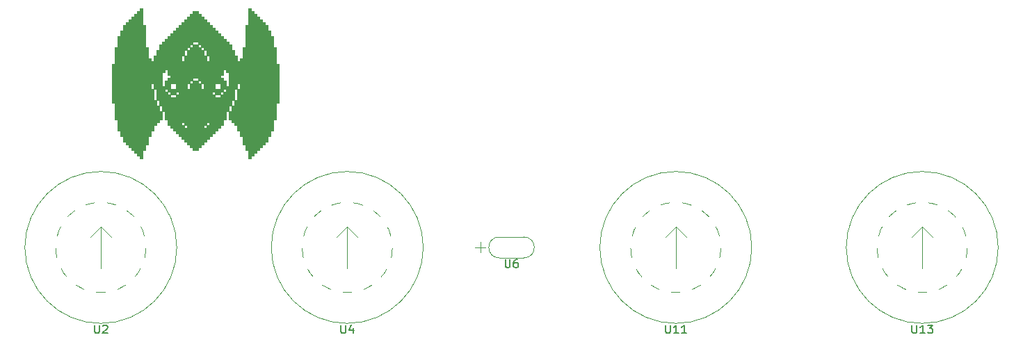
<source format=gto>
G04 #@! TF.GenerationSoftware,KiCad,Pcbnew,(5.1.12)-1*
G04 #@! TF.CreationDate,2022-01-07T20:59:32-05:00*
G04 #@! TF.ProjectId,Nixie_Clock,4e697869-655f-4436-9c6f-636b2e6b6963,1.1*
G04 #@! TF.SameCoordinates,Original*
G04 #@! TF.FileFunction,Legend,Top*
G04 #@! TF.FilePolarity,Positive*
%FSLAX46Y46*%
G04 Gerber Fmt 4.6, Leading zero omitted, Abs format (unit mm)*
G04 Created by KiCad (PCBNEW (5.1.12)-1) date 2022-01-07 20:59:32*
%MOMM*%
%LPD*%
G01*
G04 APERTURE LIST*
%ADD10C,0.010000*%
%ADD11C,0.120000*%
%ADD12C,0.150000*%
%ADD13C,4.400000*%
%ADD14O,3.500000X3.500000*%
%ADD15R,1.905000X2.000000*%
%ADD16O,1.905000X2.000000*%
%ADD17O,2.000000X1.200000*%
%ADD18O,1.200000X2.000000*%
%ADD19O,1.600000X1.600000*%
%ADD20C,1.600000*%
%ADD21R,1.600000X1.600000*%
%ADD22C,1.500000*%
%ADD23R,2.000000X1.905000*%
%ADD24O,2.000000X1.905000*%
G04 APERTURE END LIST*
D10*
G36*
X121065333Y-74388000D02*
G01*
X121404000Y-74388000D01*
X121404000Y-77097333D01*
X121742667Y-77097333D01*
X121742667Y-78452000D01*
X122081333Y-78452000D01*
X122081333Y-78790667D01*
X122420000Y-78790667D01*
X122420000Y-78113333D01*
X122758667Y-78113333D01*
X125806667Y-78113333D01*
X125806667Y-78790667D01*
X126145333Y-78790667D01*
X126145333Y-78113333D01*
X125806667Y-78113333D01*
X122758667Y-78113333D01*
X122758667Y-77436000D01*
X123097333Y-77436000D01*
X126145333Y-77436000D01*
X126145333Y-78113333D01*
X126484000Y-78113333D01*
X126484000Y-77436000D01*
X126145333Y-77436000D01*
X123097333Y-77436000D01*
X123097333Y-77097333D01*
X126484000Y-77097333D01*
X126484000Y-77436000D01*
X126822667Y-77436000D01*
X126822667Y-77097333D01*
X126484000Y-77097333D01*
X123097333Y-77097333D01*
X123097333Y-76758667D01*
X123436000Y-76758667D01*
X126822667Y-76758667D01*
X126822667Y-77097333D01*
X127161333Y-77097333D01*
X127161333Y-76758667D01*
X126822667Y-76758667D01*
X123436000Y-76758667D01*
X123436000Y-76420000D01*
X123774667Y-76420000D01*
X127161333Y-76420000D01*
X127161333Y-76758667D01*
X127838667Y-76758667D01*
X127838667Y-77097333D01*
X128177333Y-77097333D01*
X128177333Y-77436000D01*
X128516000Y-77436000D01*
X128516000Y-78113333D01*
X128854667Y-78113333D01*
X128854667Y-78790667D01*
X129193333Y-78790667D01*
X129193333Y-78113333D01*
X128854667Y-78113333D01*
X128854667Y-77436000D01*
X128516000Y-77436000D01*
X128516000Y-77097333D01*
X128177333Y-77097333D01*
X128177333Y-76758667D01*
X127838667Y-76758667D01*
X127838667Y-76420000D01*
X127161333Y-76420000D01*
X123774667Y-76420000D01*
X123774667Y-76081333D01*
X124113333Y-76081333D01*
X124113333Y-75742667D01*
X124452000Y-75742667D01*
X124452000Y-75404000D01*
X124790667Y-75404000D01*
X124790667Y-75065333D01*
X125129333Y-75065333D01*
X125129333Y-74726667D01*
X125468000Y-74726667D01*
X125468000Y-74388000D01*
X125806667Y-74388000D01*
X125806667Y-74049333D01*
X126145333Y-74049333D01*
X126145333Y-73710667D01*
X126484000Y-73710667D01*
X126484000Y-73372000D01*
X126822667Y-73372000D01*
X126822667Y-73033333D01*
X127161333Y-73033333D01*
X127161333Y-72694667D01*
X127838667Y-72694667D01*
X127838667Y-73033333D01*
X128177333Y-73033333D01*
X128177333Y-73372000D01*
X128516000Y-73372000D01*
X128516000Y-73710667D01*
X128854667Y-73710667D01*
X128854667Y-74049333D01*
X129193333Y-74049333D01*
X129193333Y-74388000D01*
X129532000Y-74388000D01*
X129532000Y-74726667D01*
X129870667Y-74726667D01*
X129870667Y-75065333D01*
X130209333Y-75065333D01*
X130209333Y-75404000D01*
X130548000Y-75404000D01*
X130548000Y-75742667D01*
X130886667Y-75742667D01*
X130886667Y-76081333D01*
X131225333Y-76081333D01*
X131225333Y-76420000D01*
X131564000Y-76420000D01*
X131564000Y-76758667D01*
X131902667Y-76758667D01*
X131902667Y-77436000D01*
X132241333Y-77436000D01*
X132241333Y-78113333D01*
X132580000Y-78113333D01*
X132580000Y-78790667D01*
X132918667Y-78790667D01*
X132918667Y-78452000D01*
X133257333Y-78452000D01*
X133257333Y-77097333D01*
X133596000Y-77097333D01*
X133596000Y-74388000D01*
X133934667Y-74388000D01*
X133934667Y-72356000D01*
X134273333Y-72356000D01*
X134273333Y-72694667D01*
X134612000Y-72694667D01*
X134612000Y-73033333D01*
X134950667Y-73033333D01*
X134950667Y-73372000D01*
X135289333Y-73372000D01*
X135289333Y-73710667D01*
X135628000Y-73710667D01*
X135628000Y-74049333D01*
X135966667Y-74049333D01*
X135966667Y-74388000D01*
X136305333Y-74388000D01*
X136305333Y-75065333D01*
X136644000Y-75065333D01*
X136644000Y-75742667D01*
X136982667Y-75742667D01*
X136982667Y-77097333D01*
X137321333Y-77097333D01*
X137321333Y-79129333D01*
X137660000Y-79129333D01*
X137660000Y-83870667D01*
X137321333Y-83870667D01*
X137321333Y-85902667D01*
X136982667Y-85902667D01*
X136982667Y-87257333D01*
X136644000Y-87257333D01*
X136644000Y-87934667D01*
X136305333Y-87934667D01*
X136305333Y-88612000D01*
X135966667Y-88612000D01*
X135966667Y-88950667D01*
X135628000Y-88950667D01*
X135628000Y-89289333D01*
X135289333Y-89289333D01*
X135289333Y-89628000D01*
X134950667Y-89628000D01*
X134950667Y-89966667D01*
X134612000Y-89966667D01*
X134612000Y-90305333D01*
X134273333Y-90305333D01*
X134273333Y-90644000D01*
X133934667Y-90644000D01*
X133934667Y-89628000D01*
X133596000Y-89628000D01*
X133596000Y-88950667D01*
X133257333Y-88950667D01*
X133257333Y-87934667D01*
X132918667Y-87934667D01*
X132918667Y-87257333D01*
X132580000Y-87257333D01*
X132580000Y-86580000D01*
X132241333Y-86580000D01*
X132241333Y-86241333D01*
X131902667Y-86241333D01*
X131902667Y-85902667D01*
X131564000Y-85902667D01*
X131564000Y-84886667D01*
X131225333Y-84886667D01*
X131225333Y-85902667D01*
X130886667Y-85902667D01*
X130886667Y-86580000D01*
X130548000Y-86580000D01*
X130548000Y-86918667D01*
X130209333Y-86918667D01*
X130209333Y-87257333D01*
X129870667Y-87257333D01*
X129870667Y-87596000D01*
X129532000Y-87596000D01*
X129532000Y-87934667D01*
X129193333Y-87934667D01*
X129193333Y-88273333D01*
X128854667Y-88273333D01*
X128854667Y-88612000D01*
X128516000Y-88612000D01*
X128516000Y-88950667D01*
X128177333Y-88950667D01*
X128177333Y-89289333D01*
X127838667Y-89289333D01*
X127838667Y-89628000D01*
X127161333Y-89628000D01*
X127161333Y-89289333D01*
X126822667Y-89289333D01*
X126822667Y-88950667D01*
X126484000Y-88950667D01*
X126484000Y-88612000D01*
X126145333Y-88612000D01*
X126145333Y-88273333D01*
X125806667Y-88273333D01*
X125806667Y-87934667D01*
X125468000Y-87934667D01*
X125468000Y-87596000D01*
X125129333Y-87596000D01*
X125129333Y-87257333D01*
X124790667Y-87257333D01*
X124790667Y-86918667D01*
X124452000Y-86918667D01*
X124452000Y-86580000D01*
X124113333Y-86580000D01*
X124113333Y-86241333D01*
X125806667Y-86241333D01*
X125806667Y-86580000D01*
X126145333Y-86580000D01*
X126145333Y-86918667D01*
X126484000Y-86918667D01*
X126484000Y-86580000D01*
X128516000Y-86580000D01*
X128516000Y-86918667D01*
X128854667Y-86918667D01*
X128854667Y-86580000D01*
X128516000Y-86580000D01*
X126484000Y-86580000D01*
X126145333Y-86580000D01*
X126145333Y-86241333D01*
X128854667Y-86241333D01*
X128854667Y-86580000D01*
X129193333Y-86580000D01*
X129193333Y-86241333D01*
X128854667Y-86241333D01*
X126145333Y-86241333D01*
X125806667Y-86241333D01*
X124113333Y-86241333D01*
X124113333Y-85902667D01*
X123774667Y-85902667D01*
X123774667Y-84886667D01*
X123436000Y-84886667D01*
X123436000Y-85902667D01*
X123097333Y-85902667D01*
X123097333Y-86241333D01*
X122758667Y-86241333D01*
X122758667Y-86580000D01*
X122420000Y-86580000D01*
X122420000Y-87257333D01*
X122081333Y-87257333D01*
X122081333Y-87934667D01*
X121742667Y-87934667D01*
X121742667Y-88950667D01*
X121404000Y-88950667D01*
X121404000Y-89628000D01*
X121065333Y-89628000D01*
X121065333Y-90644000D01*
X120726667Y-90644000D01*
X120726667Y-90305333D01*
X120388000Y-90305333D01*
X120388000Y-89966667D01*
X120049333Y-89966667D01*
X120049333Y-89628000D01*
X119710667Y-89628000D01*
X119710667Y-89289333D01*
X119372000Y-89289333D01*
X119372000Y-88950667D01*
X119033333Y-88950667D01*
X119033333Y-88612000D01*
X118694667Y-88612000D01*
X118694667Y-87934667D01*
X118356000Y-87934667D01*
X118356000Y-87257333D01*
X118017333Y-87257333D01*
X118017333Y-85902667D01*
X117678667Y-85902667D01*
X117678667Y-83870667D01*
X117340000Y-83870667D01*
X117340000Y-81500000D01*
X122081333Y-81500000D01*
X122081333Y-82177333D01*
X122420000Y-82177333D01*
X122420000Y-83532000D01*
X122758667Y-83532000D01*
X122758667Y-84209333D01*
X123097333Y-84209333D01*
X123097333Y-84886667D01*
X123436000Y-84886667D01*
X123436000Y-84209333D01*
X131564000Y-84209333D01*
X131564000Y-84886667D01*
X131902667Y-84886667D01*
X131902667Y-84209333D01*
X131564000Y-84209333D01*
X123436000Y-84209333D01*
X123097333Y-84209333D01*
X123097333Y-83532000D01*
X131902667Y-83532000D01*
X131902667Y-84209333D01*
X132241333Y-84209333D01*
X132241333Y-83532000D01*
X131902667Y-83532000D01*
X123097333Y-83532000D01*
X122758667Y-83532000D01*
X122758667Y-82177333D01*
X123774667Y-82177333D01*
X123774667Y-82516000D01*
X124113333Y-82516000D01*
X124113333Y-82854667D01*
X124452000Y-82854667D01*
X124452000Y-83193333D01*
X125129333Y-83193333D01*
X125129333Y-82854667D01*
X124452000Y-82854667D01*
X124452000Y-82516000D01*
X125129333Y-82516000D01*
X125129333Y-82854667D01*
X125468000Y-82854667D01*
X125468000Y-82516000D01*
X129532000Y-82516000D01*
X129532000Y-82854667D01*
X129870667Y-82854667D01*
X129870667Y-83193333D01*
X130548000Y-83193333D01*
X130548000Y-82854667D01*
X129870667Y-82854667D01*
X129870667Y-82516000D01*
X130548000Y-82516000D01*
X130548000Y-82854667D01*
X130886667Y-82854667D01*
X130886667Y-82516000D01*
X130548000Y-82516000D01*
X129870667Y-82516000D01*
X129532000Y-82516000D01*
X125468000Y-82516000D01*
X125129333Y-82516000D01*
X124452000Y-82516000D01*
X124113333Y-82516000D01*
X124113333Y-82177333D01*
X123774667Y-82177333D01*
X122758667Y-82177333D01*
X122420000Y-82177333D01*
X122420000Y-81500000D01*
X122081333Y-81500000D01*
X117340000Y-81500000D01*
X117340000Y-80145333D01*
X123436000Y-80145333D01*
X123436000Y-81838667D01*
X123774667Y-81838667D01*
X123774667Y-81500000D01*
X124452000Y-81500000D01*
X124452000Y-82177333D01*
X125129333Y-82177333D01*
X125129333Y-81500000D01*
X126484000Y-81500000D01*
X126484000Y-82177333D01*
X126822667Y-82177333D01*
X126822667Y-81500000D01*
X126484000Y-81500000D01*
X125129333Y-81500000D01*
X124452000Y-81500000D01*
X123774667Y-81500000D01*
X123774667Y-81161333D01*
X124113333Y-81161333D01*
X126822667Y-81161333D01*
X126822667Y-81500000D01*
X127161333Y-81500000D01*
X127161333Y-81161333D01*
X126822667Y-81161333D01*
X124113333Y-81161333D01*
X124113333Y-80822667D01*
X124452000Y-80822667D01*
X127161333Y-80822667D01*
X127161333Y-81161333D01*
X127838667Y-81161333D01*
X127838667Y-81500000D01*
X128177333Y-81500000D01*
X128177333Y-82177333D01*
X128516000Y-82177333D01*
X128516000Y-81500000D01*
X129870667Y-81500000D01*
X129870667Y-82177333D01*
X130548000Y-82177333D01*
X130886667Y-82177333D01*
X130886667Y-82516000D01*
X131225333Y-82516000D01*
X131225333Y-82177333D01*
X132241333Y-82177333D01*
X132241333Y-83532000D01*
X132580000Y-83532000D01*
X132580000Y-82177333D01*
X132241333Y-82177333D01*
X131225333Y-82177333D01*
X130886667Y-82177333D01*
X130548000Y-82177333D01*
X130548000Y-81500000D01*
X129870667Y-81500000D01*
X128516000Y-81500000D01*
X128177333Y-81500000D01*
X128177333Y-81161333D01*
X127838667Y-81161333D01*
X127838667Y-80822667D01*
X127161333Y-80822667D01*
X124452000Y-80822667D01*
X124452000Y-80484000D01*
X130548000Y-80484000D01*
X130548000Y-80822667D01*
X130886667Y-80822667D01*
X130886667Y-81161333D01*
X131225333Y-81161333D01*
X131225333Y-81838667D01*
X131564000Y-81838667D01*
X131564000Y-81500000D01*
X132580000Y-81500000D01*
X132580000Y-82177333D01*
X132918667Y-82177333D01*
X132918667Y-81500000D01*
X132580000Y-81500000D01*
X131564000Y-81500000D01*
X131564000Y-80145333D01*
X131225333Y-80145333D01*
X131225333Y-79806667D01*
X130886667Y-79806667D01*
X130886667Y-80484000D01*
X130548000Y-80484000D01*
X124452000Y-80484000D01*
X124113333Y-80484000D01*
X124113333Y-79806667D01*
X123774667Y-79806667D01*
X123774667Y-80145333D01*
X123436000Y-80145333D01*
X117340000Y-80145333D01*
X117340000Y-79129333D01*
X117678667Y-79129333D01*
X117678667Y-77097333D01*
X118017333Y-77097333D01*
X118017333Y-75742667D01*
X118356000Y-75742667D01*
X118356000Y-75065333D01*
X118694667Y-75065333D01*
X118694667Y-74388000D01*
X119033333Y-74388000D01*
X119033333Y-74049333D01*
X119372000Y-74049333D01*
X119372000Y-73710667D01*
X119710667Y-73710667D01*
X119710667Y-73372000D01*
X120049333Y-73372000D01*
X120049333Y-73033333D01*
X120388000Y-73033333D01*
X120388000Y-72694667D01*
X120726667Y-72694667D01*
X120726667Y-72356000D01*
X121065333Y-72356000D01*
X121065333Y-74388000D01*
G37*
X121065333Y-74388000D02*
X121404000Y-74388000D01*
X121404000Y-77097333D01*
X121742667Y-77097333D01*
X121742667Y-78452000D01*
X122081333Y-78452000D01*
X122081333Y-78790667D01*
X122420000Y-78790667D01*
X122420000Y-78113333D01*
X122758667Y-78113333D01*
X125806667Y-78113333D01*
X125806667Y-78790667D01*
X126145333Y-78790667D01*
X126145333Y-78113333D01*
X125806667Y-78113333D01*
X122758667Y-78113333D01*
X122758667Y-77436000D01*
X123097333Y-77436000D01*
X126145333Y-77436000D01*
X126145333Y-78113333D01*
X126484000Y-78113333D01*
X126484000Y-77436000D01*
X126145333Y-77436000D01*
X123097333Y-77436000D01*
X123097333Y-77097333D01*
X126484000Y-77097333D01*
X126484000Y-77436000D01*
X126822667Y-77436000D01*
X126822667Y-77097333D01*
X126484000Y-77097333D01*
X123097333Y-77097333D01*
X123097333Y-76758667D01*
X123436000Y-76758667D01*
X126822667Y-76758667D01*
X126822667Y-77097333D01*
X127161333Y-77097333D01*
X127161333Y-76758667D01*
X126822667Y-76758667D01*
X123436000Y-76758667D01*
X123436000Y-76420000D01*
X123774667Y-76420000D01*
X127161333Y-76420000D01*
X127161333Y-76758667D01*
X127838667Y-76758667D01*
X127838667Y-77097333D01*
X128177333Y-77097333D01*
X128177333Y-77436000D01*
X128516000Y-77436000D01*
X128516000Y-78113333D01*
X128854667Y-78113333D01*
X128854667Y-78790667D01*
X129193333Y-78790667D01*
X129193333Y-78113333D01*
X128854667Y-78113333D01*
X128854667Y-77436000D01*
X128516000Y-77436000D01*
X128516000Y-77097333D01*
X128177333Y-77097333D01*
X128177333Y-76758667D01*
X127838667Y-76758667D01*
X127838667Y-76420000D01*
X127161333Y-76420000D01*
X123774667Y-76420000D01*
X123774667Y-76081333D01*
X124113333Y-76081333D01*
X124113333Y-75742667D01*
X124452000Y-75742667D01*
X124452000Y-75404000D01*
X124790667Y-75404000D01*
X124790667Y-75065333D01*
X125129333Y-75065333D01*
X125129333Y-74726667D01*
X125468000Y-74726667D01*
X125468000Y-74388000D01*
X125806667Y-74388000D01*
X125806667Y-74049333D01*
X126145333Y-74049333D01*
X126145333Y-73710667D01*
X126484000Y-73710667D01*
X126484000Y-73372000D01*
X126822667Y-73372000D01*
X126822667Y-73033333D01*
X127161333Y-73033333D01*
X127161333Y-72694667D01*
X127838667Y-72694667D01*
X127838667Y-73033333D01*
X128177333Y-73033333D01*
X128177333Y-73372000D01*
X128516000Y-73372000D01*
X128516000Y-73710667D01*
X128854667Y-73710667D01*
X128854667Y-74049333D01*
X129193333Y-74049333D01*
X129193333Y-74388000D01*
X129532000Y-74388000D01*
X129532000Y-74726667D01*
X129870667Y-74726667D01*
X129870667Y-75065333D01*
X130209333Y-75065333D01*
X130209333Y-75404000D01*
X130548000Y-75404000D01*
X130548000Y-75742667D01*
X130886667Y-75742667D01*
X130886667Y-76081333D01*
X131225333Y-76081333D01*
X131225333Y-76420000D01*
X131564000Y-76420000D01*
X131564000Y-76758667D01*
X131902667Y-76758667D01*
X131902667Y-77436000D01*
X132241333Y-77436000D01*
X132241333Y-78113333D01*
X132580000Y-78113333D01*
X132580000Y-78790667D01*
X132918667Y-78790667D01*
X132918667Y-78452000D01*
X133257333Y-78452000D01*
X133257333Y-77097333D01*
X133596000Y-77097333D01*
X133596000Y-74388000D01*
X133934667Y-74388000D01*
X133934667Y-72356000D01*
X134273333Y-72356000D01*
X134273333Y-72694667D01*
X134612000Y-72694667D01*
X134612000Y-73033333D01*
X134950667Y-73033333D01*
X134950667Y-73372000D01*
X135289333Y-73372000D01*
X135289333Y-73710667D01*
X135628000Y-73710667D01*
X135628000Y-74049333D01*
X135966667Y-74049333D01*
X135966667Y-74388000D01*
X136305333Y-74388000D01*
X136305333Y-75065333D01*
X136644000Y-75065333D01*
X136644000Y-75742667D01*
X136982667Y-75742667D01*
X136982667Y-77097333D01*
X137321333Y-77097333D01*
X137321333Y-79129333D01*
X137660000Y-79129333D01*
X137660000Y-83870667D01*
X137321333Y-83870667D01*
X137321333Y-85902667D01*
X136982667Y-85902667D01*
X136982667Y-87257333D01*
X136644000Y-87257333D01*
X136644000Y-87934667D01*
X136305333Y-87934667D01*
X136305333Y-88612000D01*
X135966667Y-88612000D01*
X135966667Y-88950667D01*
X135628000Y-88950667D01*
X135628000Y-89289333D01*
X135289333Y-89289333D01*
X135289333Y-89628000D01*
X134950667Y-89628000D01*
X134950667Y-89966667D01*
X134612000Y-89966667D01*
X134612000Y-90305333D01*
X134273333Y-90305333D01*
X134273333Y-90644000D01*
X133934667Y-90644000D01*
X133934667Y-89628000D01*
X133596000Y-89628000D01*
X133596000Y-88950667D01*
X133257333Y-88950667D01*
X133257333Y-87934667D01*
X132918667Y-87934667D01*
X132918667Y-87257333D01*
X132580000Y-87257333D01*
X132580000Y-86580000D01*
X132241333Y-86580000D01*
X132241333Y-86241333D01*
X131902667Y-86241333D01*
X131902667Y-85902667D01*
X131564000Y-85902667D01*
X131564000Y-84886667D01*
X131225333Y-84886667D01*
X131225333Y-85902667D01*
X130886667Y-85902667D01*
X130886667Y-86580000D01*
X130548000Y-86580000D01*
X130548000Y-86918667D01*
X130209333Y-86918667D01*
X130209333Y-87257333D01*
X129870667Y-87257333D01*
X129870667Y-87596000D01*
X129532000Y-87596000D01*
X129532000Y-87934667D01*
X129193333Y-87934667D01*
X129193333Y-88273333D01*
X128854667Y-88273333D01*
X128854667Y-88612000D01*
X128516000Y-88612000D01*
X128516000Y-88950667D01*
X128177333Y-88950667D01*
X128177333Y-89289333D01*
X127838667Y-89289333D01*
X127838667Y-89628000D01*
X127161333Y-89628000D01*
X127161333Y-89289333D01*
X126822667Y-89289333D01*
X126822667Y-88950667D01*
X126484000Y-88950667D01*
X126484000Y-88612000D01*
X126145333Y-88612000D01*
X126145333Y-88273333D01*
X125806667Y-88273333D01*
X125806667Y-87934667D01*
X125468000Y-87934667D01*
X125468000Y-87596000D01*
X125129333Y-87596000D01*
X125129333Y-87257333D01*
X124790667Y-87257333D01*
X124790667Y-86918667D01*
X124452000Y-86918667D01*
X124452000Y-86580000D01*
X124113333Y-86580000D01*
X124113333Y-86241333D01*
X125806667Y-86241333D01*
X125806667Y-86580000D01*
X126145333Y-86580000D01*
X126145333Y-86918667D01*
X126484000Y-86918667D01*
X126484000Y-86580000D01*
X128516000Y-86580000D01*
X128516000Y-86918667D01*
X128854667Y-86918667D01*
X128854667Y-86580000D01*
X128516000Y-86580000D01*
X126484000Y-86580000D01*
X126145333Y-86580000D01*
X126145333Y-86241333D01*
X128854667Y-86241333D01*
X128854667Y-86580000D01*
X129193333Y-86580000D01*
X129193333Y-86241333D01*
X128854667Y-86241333D01*
X126145333Y-86241333D01*
X125806667Y-86241333D01*
X124113333Y-86241333D01*
X124113333Y-85902667D01*
X123774667Y-85902667D01*
X123774667Y-84886667D01*
X123436000Y-84886667D01*
X123436000Y-85902667D01*
X123097333Y-85902667D01*
X123097333Y-86241333D01*
X122758667Y-86241333D01*
X122758667Y-86580000D01*
X122420000Y-86580000D01*
X122420000Y-87257333D01*
X122081333Y-87257333D01*
X122081333Y-87934667D01*
X121742667Y-87934667D01*
X121742667Y-88950667D01*
X121404000Y-88950667D01*
X121404000Y-89628000D01*
X121065333Y-89628000D01*
X121065333Y-90644000D01*
X120726667Y-90644000D01*
X120726667Y-90305333D01*
X120388000Y-90305333D01*
X120388000Y-89966667D01*
X120049333Y-89966667D01*
X120049333Y-89628000D01*
X119710667Y-89628000D01*
X119710667Y-89289333D01*
X119372000Y-89289333D01*
X119372000Y-88950667D01*
X119033333Y-88950667D01*
X119033333Y-88612000D01*
X118694667Y-88612000D01*
X118694667Y-87934667D01*
X118356000Y-87934667D01*
X118356000Y-87257333D01*
X118017333Y-87257333D01*
X118017333Y-85902667D01*
X117678667Y-85902667D01*
X117678667Y-83870667D01*
X117340000Y-83870667D01*
X117340000Y-81500000D01*
X122081333Y-81500000D01*
X122081333Y-82177333D01*
X122420000Y-82177333D01*
X122420000Y-83532000D01*
X122758667Y-83532000D01*
X122758667Y-84209333D01*
X123097333Y-84209333D01*
X123097333Y-84886667D01*
X123436000Y-84886667D01*
X123436000Y-84209333D01*
X131564000Y-84209333D01*
X131564000Y-84886667D01*
X131902667Y-84886667D01*
X131902667Y-84209333D01*
X131564000Y-84209333D01*
X123436000Y-84209333D01*
X123097333Y-84209333D01*
X123097333Y-83532000D01*
X131902667Y-83532000D01*
X131902667Y-84209333D01*
X132241333Y-84209333D01*
X132241333Y-83532000D01*
X131902667Y-83532000D01*
X123097333Y-83532000D01*
X122758667Y-83532000D01*
X122758667Y-82177333D01*
X123774667Y-82177333D01*
X123774667Y-82516000D01*
X124113333Y-82516000D01*
X124113333Y-82854667D01*
X124452000Y-82854667D01*
X124452000Y-83193333D01*
X125129333Y-83193333D01*
X125129333Y-82854667D01*
X124452000Y-82854667D01*
X124452000Y-82516000D01*
X125129333Y-82516000D01*
X125129333Y-82854667D01*
X125468000Y-82854667D01*
X125468000Y-82516000D01*
X129532000Y-82516000D01*
X129532000Y-82854667D01*
X129870667Y-82854667D01*
X129870667Y-83193333D01*
X130548000Y-83193333D01*
X130548000Y-82854667D01*
X129870667Y-82854667D01*
X129870667Y-82516000D01*
X130548000Y-82516000D01*
X130548000Y-82854667D01*
X130886667Y-82854667D01*
X130886667Y-82516000D01*
X130548000Y-82516000D01*
X129870667Y-82516000D01*
X129532000Y-82516000D01*
X125468000Y-82516000D01*
X125129333Y-82516000D01*
X124452000Y-82516000D01*
X124113333Y-82516000D01*
X124113333Y-82177333D01*
X123774667Y-82177333D01*
X122758667Y-82177333D01*
X122420000Y-82177333D01*
X122420000Y-81500000D01*
X122081333Y-81500000D01*
X117340000Y-81500000D01*
X117340000Y-80145333D01*
X123436000Y-80145333D01*
X123436000Y-81838667D01*
X123774667Y-81838667D01*
X123774667Y-81500000D01*
X124452000Y-81500000D01*
X124452000Y-82177333D01*
X125129333Y-82177333D01*
X125129333Y-81500000D01*
X126484000Y-81500000D01*
X126484000Y-82177333D01*
X126822667Y-82177333D01*
X126822667Y-81500000D01*
X126484000Y-81500000D01*
X125129333Y-81500000D01*
X124452000Y-81500000D01*
X123774667Y-81500000D01*
X123774667Y-81161333D01*
X124113333Y-81161333D01*
X126822667Y-81161333D01*
X126822667Y-81500000D01*
X127161333Y-81500000D01*
X127161333Y-81161333D01*
X126822667Y-81161333D01*
X124113333Y-81161333D01*
X124113333Y-80822667D01*
X124452000Y-80822667D01*
X127161333Y-80822667D01*
X127161333Y-81161333D01*
X127838667Y-81161333D01*
X127838667Y-81500000D01*
X128177333Y-81500000D01*
X128177333Y-82177333D01*
X128516000Y-82177333D01*
X128516000Y-81500000D01*
X129870667Y-81500000D01*
X129870667Y-82177333D01*
X130548000Y-82177333D01*
X130886667Y-82177333D01*
X130886667Y-82516000D01*
X131225333Y-82516000D01*
X131225333Y-82177333D01*
X132241333Y-82177333D01*
X132241333Y-83532000D01*
X132580000Y-83532000D01*
X132580000Y-82177333D01*
X132241333Y-82177333D01*
X131225333Y-82177333D01*
X130886667Y-82177333D01*
X130548000Y-82177333D01*
X130548000Y-81500000D01*
X129870667Y-81500000D01*
X128516000Y-81500000D01*
X128177333Y-81500000D01*
X128177333Y-81161333D01*
X127838667Y-81161333D01*
X127838667Y-80822667D01*
X127161333Y-80822667D01*
X124452000Y-80822667D01*
X124452000Y-80484000D01*
X130548000Y-80484000D01*
X130548000Y-80822667D01*
X130886667Y-80822667D01*
X130886667Y-81161333D01*
X131225333Y-81161333D01*
X131225333Y-81838667D01*
X131564000Y-81838667D01*
X131564000Y-81500000D01*
X132580000Y-81500000D01*
X132580000Y-82177333D01*
X132918667Y-82177333D01*
X132918667Y-81500000D01*
X132580000Y-81500000D01*
X131564000Y-81500000D01*
X131564000Y-80145333D01*
X131225333Y-80145333D01*
X131225333Y-79806667D01*
X130886667Y-79806667D01*
X130886667Y-80484000D01*
X130548000Y-80484000D01*
X124452000Y-80484000D01*
X124113333Y-80484000D01*
X124113333Y-79806667D01*
X123774667Y-79806667D01*
X123774667Y-80145333D01*
X123436000Y-80145333D01*
X117340000Y-80145333D01*
X117340000Y-79129333D01*
X117678667Y-79129333D01*
X117678667Y-77097333D01*
X118017333Y-77097333D01*
X118017333Y-75742667D01*
X118356000Y-75742667D01*
X118356000Y-75065333D01*
X118694667Y-75065333D01*
X118694667Y-74388000D01*
X119033333Y-74388000D01*
X119033333Y-74049333D01*
X119372000Y-74049333D01*
X119372000Y-73710667D01*
X119710667Y-73710667D01*
X119710667Y-73372000D01*
X120049333Y-73372000D01*
X120049333Y-73033333D01*
X120388000Y-73033333D01*
X120388000Y-72694667D01*
X120726667Y-72694667D01*
X120726667Y-72356000D01*
X121065333Y-72356000D01*
X121065333Y-74388000D01*
D11*
X116000000Y-98960000D02*
X117270000Y-100230000D01*
X116000000Y-98960000D02*
X114730000Y-100230000D01*
X116000000Y-104040000D02*
X116000000Y-98960000D01*
X121500000Y-101500000D02*
G75*
G03*
X121500000Y-101500000I-5500000J0D01*
G01*
X125250000Y-101500000D02*
G75*
G03*
X125250000Y-101500000I-9250000J0D01*
G01*
X155250000Y-101500000D02*
G75*
G03*
X155250000Y-101500000I-9250000J0D01*
G01*
X151500000Y-101500000D02*
G75*
G03*
X151500000Y-101500000I-5500000J0D01*
G01*
X146000000Y-104040000D02*
X146000000Y-98960000D01*
X146000000Y-98960000D02*
X144730000Y-100230000D01*
X146000000Y-98960000D02*
X147270000Y-100230000D01*
X162190000Y-100865000D02*
X162190000Y-102135000D01*
X161555000Y-101500000D02*
X162825000Y-101500000D01*
X167500000Y-102770000D02*
X164500000Y-102770000D01*
X164500000Y-100230000D02*
X167500000Y-100230000D01*
X167500000Y-100230000D02*
G75*
G02*
X167500000Y-102770000I0J-1270000D01*
G01*
X164500000Y-102770000D02*
G75*
G02*
X164500000Y-100230000I0J1270000D01*
G01*
X186000000Y-98960000D02*
X187270000Y-100230000D01*
X186000000Y-98960000D02*
X184730000Y-100230000D01*
X186000000Y-104040000D02*
X186000000Y-98960000D01*
X191500000Y-101500000D02*
G75*
G03*
X191500000Y-101500000I-5500000J0D01*
G01*
X195250000Y-101500000D02*
G75*
G03*
X195250000Y-101500000I-9250000J0D01*
G01*
X225250000Y-101500000D02*
G75*
G03*
X225250000Y-101500000I-9250000J0D01*
G01*
X221500000Y-101500000D02*
G75*
G03*
X221500000Y-101500000I-5500000J0D01*
G01*
X216000000Y-104040000D02*
X216000000Y-98960000D01*
X216000000Y-98960000D02*
X214730000Y-100230000D01*
X216000000Y-98960000D02*
X217270000Y-100230000D01*
D12*
X115238095Y-110952380D02*
X115238095Y-111761904D01*
X115285714Y-111857142D01*
X115333333Y-111904761D01*
X115428571Y-111952380D01*
X115619047Y-111952380D01*
X115714285Y-111904761D01*
X115761904Y-111857142D01*
X115809523Y-111761904D01*
X115809523Y-110952380D01*
X116238095Y-111047619D02*
X116285714Y-111000000D01*
X116380952Y-110952380D01*
X116619047Y-110952380D01*
X116714285Y-111000000D01*
X116761904Y-111047619D01*
X116809523Y-111142857D01*
X116809523Y-111238095D01*
X116761904Y-111380952D01*
X116190476Y-111952380D01*
X116809523Y-111952380D01*
X145238095Y-110952380D02*
X145238095Y-111761904D01*
X145285714Y-111857142D01*
X145333333Y-111904761D01*
X145428571Y-111952380D01*
X145619047Y-111952380D01*
X145714285Y-111904761D01*
X145761904Y-111857142D01*
X145809523Y-111761904D01*
X145809523Y-110952380D01*
X146714285Y-111285714D02*
X146714285Y-111952380D01*
X146476190Y-110904761D02*
X146238095Y-111619047D01*
X146857142Y-111619047D01*
X165238095Y-102952380D02*
X165238095Y-103761904D01*
X165285714Y-103857142D01*
X165333333Y-103904761D01*
X165428571Y-103952380D01*
X165619047Y-103952380D01*
X165714285Y-103904761D01*
X165761904Y-103857142D01*
X165809523Y-103761904D01*
X165809523Y-102952380D01*
X166714285Y-102952380D02*
X166523809Y-102952380D01*
X166428571Y-103000000D01*
X166380952Y-103047619D01*
X166285714Y-103190476D01*
X166238095Y-103380952D01*
X166238095Y-103761904D01*
X166285714Y-103857142D01*
X166333333Y-103904761D01*
X166428571Y-103952380D01*
X166619047Y-103952380D01*
X166714285Y-103904761D01*
X166761904Y-103857142D01*
X166809523Y-103761904D01*
X166809523Y-103523809D01*
X166761904Y-103428571D01*
X166714285Y-103380952D01*
X166619047Y-103333333D01*
X166428571Y-103333333D01*
X166333333Y-103380952D01*
X166285714Y-103428571D01*
X166238095Y-103523809D01*
X184761904Y-110952380D02*
X184761904Y-111761904D01*
X184809523Y-111857142D01*
X184857142Y-111904761D01*
X184952380Y-111952380D01*
X185142857Y-111952380D01*
X185238095Y-111904761D01*
X185285714Y-111857142D01*
X185333333Y-111761904D01*
X185333333Y-110952380D01*
X186333333Y-111952380D02*
X185761904Y-111952380D01*
X186047619Y-111952380D02*
X186047619Y-110952380D01*
X185952380Y-111095238D01*
X185857142Y-111190476D01*
X185761904Y-111238095D01*
X187285714Y-111952380D02*
X186714285Y-111952380D01*
X187000000Y-111952380D02*
X187000000Y-110952380D01*
X186904761Y-111095238D01*
X186809523Y-111190476D01*
X186714285Y-111238095D01*
X214761904Y-110952380D02*
X214761904Y-111761904D01*
X214809523Y-111857142D01*
X214857142Y-111904761D01*
X214952380Y-111952380D01*
X215142857Y-111952380D01*
X215238095Y-111904761D01*
X215285714Y-111857142D01*
X215333333Y-111761904D01*
X215333333Y-110952380D01*
X216333333Y-111952380D02*
X215761904Y-111952380D01*
X216047619Y-111952380D02*
X216047619Y-110952380D01*
X215952380Y-111095238D01*
X215857142Y-111190476D01*
X215761904Y-111238095D01*
X216666666Y-110952380D02*
X217285714Y-110952380D01*
X216952380Y-111333333D01*
X217095238Y-111333333D01*
X217190476Y-111380952D01*
X217238095Y-111428571D01*
X217285714Y-111523809D01*
X217285714Y-111761904D01*
X217238095Y-111857142D01*
X217190476Y-111904761D01*
X217095238Y-111952380D01*
X216809523Y-111952380D01*
X216714285Y-111904761D01*
X216666666Y-111857142D01*
%LPC*%
D13*
X232000000Y-75500000D03*
X232000000Y-127500000D03*
X100000000Y-127500000D03*
X100000000Y-75500000D03*
D14*
X102540000Y-111800000D03*
D15*
X100000000Y-96000000D03*
D16*
X102540000Y-96000000D03*
X105080000Y-96000000D03*
D17*
X99000000Y-88310000D03*
X99000000Y-85770000D03*
X99000000Y-83230000D03*
X99000000Y-80690000D03*
D18*
X224890000Y-117740000D03*
X224890000Y-125260000D03*
X222350000Y-117740000D03*
X222350000Y-125260000D03*
X219810000Y-117740000D03*
X219810000Y-125260000D03*
X217270000Y-117740000D03*
X217270000Y-125260000D03*
X214730000Y-117740000D03*
X214730000Y-125260000D03*
X212190000Y-117740000D03*
X212190000Y-125260000D03*
X209650000Y-117740000D03*
X209650000Y-125260000D03*
X207110000Y-117740000D03*
X207110000Y-125260000D03*
D19*
X138380000Y-88500000D03*
D20*
X146000000Y-88500000D03*
D21*
X187000000Y-74985000D03*
D19*
X220020000Y-90225000D03*
X189540000Y-74985000D03*
X217480000Y-90225000D03*
X192080000Y-74985000D03*
X214940000Y-90225000D03*
X194620000Y-74985000D03*
X212400000Y-90225000D03*
X197160000Y-74985000D03*
X209860000Y-90225000D03*
X199700000Y-74985000D03*
X207320000Y-90225000D03*
X202240000Y-74985000D03*
X204780000Y-90225000D03*
X204780000Y-74985000D03*
X202240000Y-90225000D03*
X207320000Y-74985000D03*
X199700000Y-90225000D03*
X209860000Y-74985000D03*
X197160000Y-90225000D03*
X212400000Y-74985000D03*
X194620000Y-90225000D03*
X214940000Y-74985000D03*
X192080000Y-90225000D03*
X217480000Y-74985000D03*
X189540000Y-90225000D03*
X220020000Y-74985000D03*
X187000000Y-90225000D03*
X222560000Y-74985000D03*
X222560000Y-90225000D03*
D20*
X116000000Y-88500000D03*
D19*
X123620000Y-88500000D03*
D20*
X176000000Y-90500000D03*
D19*
X176000000Y-98120000D03*
D20*
X171000000Y-90500000D03*
D19*
X171000000Y-98120000D03*
X166000000Y-98120000D03*
D20*
X166000000Y-90500000D03*
D19*
X161000000Y-98120000D03*
D20*
X161000000Y-90500000D03*
X156000000Y-90500000D03*
D19*
X156000000Y-98120000D03*
D20*
X174000000Y-87500000D03*
D19*
X181620000Y-87500000D03*
X197380000Y-97500000D03*
D20*
X205000000Y-97500000D03*
D18*
X124890000Y-117740000D03*
X124890000Y-125260000D03*
X122350000Y-117740000D03*
X122350000Y-125260000D03*
X119810000Y-117740000D03*
X119810000Y-125260000D03*
X117270000Y-117740000D03*
X117270000Y-125260000D03*
X114730000Y-117740000D03*
X114730000Y-125260000D03*
X112190000Y-117740000D03*
X112190000Y-125260000D03*
X109650000Y-117740000D03*
X109650000Y-125260000D03*
X107110000Y-117740000D03*
X107110000Y-125260000D03*
D22*
X116000000Y-96000000D03*
X118555977Y-96629992D03*
X120526411Y-98375644D03*
X121459899Y-100837048D03*
X121142589Y-103450327D03*
X119647175Y-105616809D03*
X117316236Y-106840180D03*
X114683764Y-106840180D03*
X112352825Y-105616809D03*
X110857411Y-103450327D03*
X110540101Y-100837048D03*
X111473887Y-98375644D03*
X113444023Y-96629992D03*
D18*
X137110000Y-125260000D03*
X137110000Y-117740000D03*
X139650000Y-125260000D03*
X139650000Y-117740000D03*
X142190000Y-125260000D03*
X142190000Y-117740000D03*
X144730000Y-125260000D03*
X144730000Y-117740000D03*
X147270000Y-125260000D03*
X147270000Y-117740000D03*
X149810000Y-125260000D03*
X149810000Y-117740000D03*
X152350000Y-125260000D03*
X152350000Y-117740000D03*
X154890000Y-125260000D03*
X154890000Y-117740000D03*
D22*
X143444023Y-96629992D03*
X141473887Y-98375644D03*
X140540101Y-100837048D03*
X140857411Y-103450327D03*
X142352825Y-105616809D03*
X144683764Y-106840180D03*
X147316236Y-106840180D03*
X149647175Y-105616809D03*
X151142589Y-103450327D03*
X151459899Y-100837048D03*
X150526411Y-98375644D03*
X148555977Y-96629992D03*
X146000000Y-96000000D03*
D17*
X169760000Y-125390000D03*
X162240000Y-125390000D03*
X169760000Y-122850000D03*
X162240000Y-122850000D03*
X169760000Y-120310000D03*
X162240000Y-120310000D03*
X169760000Y-117770000D03*
X162240000Y-117770000D03*
X169760000Y-115230000D03*
X162240000Y-115230000D03*
X169760000Y-112690000D03*
X162240000Y-112690000D03*
X169760000Y-110150000D03*
X162240000Y-110150000D03*
X169760000Y-107610000D03*
X162240000Y-107610000D03*
D22*
X164730000Y-101500000D03*
X167270000Y-101500000D03*
D18*
X194890000Y-117740000D03*
X194890000Y-125260000D03*
X192350000Y-117740000D03*
X192350000Y-125260000D03*
X189810000Y-117740000D03*
X189810000Y-125260000D03*
X187270000Y-117740000D03*
X187270000Y-125260000D03*
X184730000Y-117740000D03*
X184730000Y-125260000D03*
X182190000Y-117740000D03*
X182190000Y-125260000D03*
X179650000Y-117740000D03*
X179650000Y-125260000D03*
X177110000Y-117740000D03*
X177110000Y-125260000D03*
D22*
X186000000Y-96000000D03*
X188555977Y-96629992D03*
X190526411Y-98375644D03*
X191459899Y-100837048D03*
X191142589Y-103450327D03*
X189647175Y-105616809D03*
X187316236Y-106840180D03*
X184683764Y-106840180D03*
X182352825Y-105616809D03*
X180857411Y-103450327D03*
X180540101Y-100837048D03*
X181473887Y-98375644D03*
X183444023Y-96629992D03*
X213444023Y-96629992D03*
X211473887Y-98375644D03*
X210540101Y-100837048D03*
X210857411Y-103450327D03*
X212352825Y-105616809D03*
X214683764Y-106840180D03*
X217316236Y-106840180D03*
X219647175Y-105616809D03*
X221142589Y-103450327D03*
X221459899Y-100837048D03*
X220526411Y-98375644D03*
X218555977Y-96629992D03*
X216000000Y-96000000D03*
D17*
X200000000Y-113850000D03*
X200000000Y-111310000D03*
X200000000Y-108770000D03*
X200000000Y-106230000D03*
X200000000Y-103690000D03*
X200000000Y-101150000D03*
D14*
X154840000Y-81040000D03*
D23*
X171500000Y-78500000D03*
D24*
X171500000Y-81040000D03*
X171500000Y-83580000D03*
M02*

</source>
